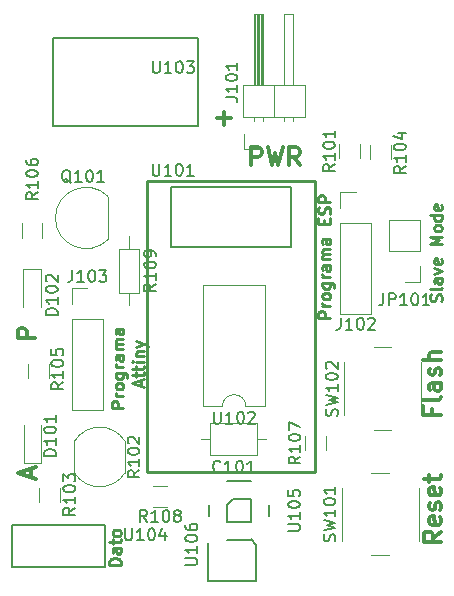
<source format=gbr>
G04 #@! TF.GenerationSoftware,KiCad,Pcbnew,5.0.0-fee4fd1~66~ubuntu16.04.1*
G04 #@! TF.CreationDate,2018-08-17T12:07:40+02:00*
G04 #@! TF.ProjectId,Garden_Guardian,47617264656E5F477561726469616E2E,rev?*
G04 #@! TF.SameCoordinates,Original*
G04 #@! TF.FileFunction,Legend,Top*
G04 #@! TF.FilePolarity,Positive*
%FSLAX46Y46*%
G04 Gerber Fmt 4.6, Leading zero omitted, Abs format (unit mm)*
G04 Created by KiCad (PCBNEW 5.0.0-fee4fd1~66~ubuntu16.04.1) date Fri Aug 17 12:07:40 2018*
%MOMM*%
%LPD*%
G01*
G04 APERTURE LIST*
%ADD10C,0.300000*%
%ADD11C,0.250000*%
%ADD12C,0.150000*%
%ADD13C,0.120000*%
%ADD14C,0.254000*%
%ADD15C,0.152400*%
%ADD16C,0.200000*%
G04 APERTURE END LIST*
D10*
X146268571Y-92502857D02*
X144768571Y-92502857D01*
X144768571Y-91931428D01*
X144840000Y-91788571D01*
X144911428Y-91717142D01*
X145054285Y-91645714D01*
X145268571Y-91645714D01*
X145411428Y-91717142D01*
X145482857Y-91788571D01*
X145554285Y-91931428D01*
X145554285Y-92502857D01*
X145890000Y-104277142D02*
X145890000Y-103562857D01*
X146318571Y-104420000D02*
X144818571Y-103920000D01*
X146318571Y-103420000D01*
D11*
X153512380Y-111702380D02*
X152512380Y-111702380D01*
X152512380Y-111464285D01*
X152560000Y-111321428D01*
X152655238Y-111226190D01*
X152750476Y-111178571D01*
X152940952Y-111130952D01*
X153083809Y-111130952D01*
X153274285Y-111178571D01*
X153369523Y-111226190D01*
X153464761Y-111321428D01*
X153512380Y-111464285D01*
X153512380Y-111702380D01*
X153512380Y-110273809D02*
X152988571Y-110273809D01*
X152893333Y-110321428D01*
X152845714Y-110416666D01*
X152845714Y-110607142D01*
X152893333Y-110702380D01*
X153464761Y-110273809D02*
X153512380Y-110369047D01*
X153512380Y-110607142D01*
X153464761Y-110702380D01*
X153369523Y-110750000D01*
X153274285Y-110750000D01*
X153179047Y-110702380D01*
X153131428Y-110607142D01*
X153131428Y-110369047D01*
X153083809Y-110273809D01*
X152845714Y-109940476D02*
X152845714Y-109559523D01*
X152512380Y-109797619D02*
X153369523Y-109797619D01*
X153464761Y-109750000D01*
X153512380Y-109654761D01*
X153512380Y-109559523D01*
X153512380Y-109083333D02*
X153464761Y-109178571D01*
X153417142Y-109226190D01*
X153321904Y-109273809D01*
X153036190Y-109273809D01*
X152940952Y-109226190D01*
X152893333Y-109178571D01*
X152845714Y-109083333D01*
X152845714Y-108940476D01*
X152893333Y-108845238D01*
X152940952Y-108797619D01*
X153036190Y-108750000D01*
X153321904Y-108750000D01*
X153417142Y-108797619D01*
X153464761Y-108845238D01*
X153512380Y-108940476D01*
X153512380Y-109083333D01*
X153737380Y-98418095D02*
X152737380Y-98418095D01*
X152737380Y-98037142D01*
X152785000Y-97941904D01*
X152832619Y-97894285D01*
X152927857Y-97846666D01*
X153070714Y-97846666D01*
X153165952Y-97894285D01*
X153213571Y-97941904D01*
X153261190Y-98037142D01*
X153261190Y-98418095D01*
X153737380Y-97418095D02*
X153070714Y-97418095D01*
X153261190Y-97418095D02*
X153165952Y-97370476D01*
X153118333Y-97322857D01*
X153070714Y-97227619D01*
X153070714Y-97132380D01*
X153737380Y-96656190D02*
X153689761Y-96751428D01*
X153642142Y-96799047D01*
X153546904Y-96846666D01*
X153261190Y-96846666D01*
X153165952Y-96799047D01*
X153118333Y-96751428D01*
X153070714Y-96656190D01*
X153070714Y-96513333D01*
X153118333Y-96418095D01*
X153165952Y-96370476D01*
X153261190Y-96322857D01*
X153546904Y-96322857D01*
X153642142Y-96370476D01*
X153689761Y-96418095D01*
X153737380Y-96513333D01*
X153737380Y-96656190D01*
X153070714Y-95465714D02*
X153880238Y-95465714D01*
X153975476Y-95513333D01*
X154023095Y-95560952D01*
X154070714Y-95656190D01*
X154070714Y-95799047D01*
X154023095Y-95894285D01*
X153689761Y-95465714D02*
X153737380Y-95560952D01*
X153737380Y-95751428D01*
X153689761Y-95846666D01*
X153642142Y-95894285D01*
X153546904Y-95941904D01*
X153261190Y-95941904D01*
X153165952Y-95894285D01*
X153118333Y-95846666D01*
X153070714Y-95751428D01*
X153070714Y-95560952D01*
X153118333Y-95465714D01*
X153737380Y-94989523D02*
X153070714Y-94989523D01*
X153261190Y-94989523D02*
X153165952Y-94941904D01*
X153118333Y-94894285D01*
X153070714Y-94799047D01*
X153070714Y-94703809D01*
X153737380Y-93941904D02*
X153213571Y-93941904D01*
X153118333Y-93989523D01*
X153070714Y-94084761D01*
X153070714Y-94275238D01*
X153118333Y-94370476D01*
X153689761Y-93941904D02*
X153737380Y-94037142D01*
X153737380Y-94275238D01*
X153689761Y-94370476D01*
X153594523Y-94418095D01*
X153499285Y-94418095D01*
X153404047Y-94370476D01*
X153356428Y-94275238D01*
X153356428Y-94037142D01*
X153308809Y-93941904D01*
X153737380Y-93465714D02*
X153070714Y-93465714D01*
X153165952Y-93465714D02*
X153118333Y-93418095D01*
X153070714Y-93322857D01*
X153070714Y-93180000D01*
X153118333Y-93084761D01*
X153213571Y-93037142D01*
X153737380Y-93037142D01*
X153213571Y-93037142D02*
X153118333Y-92989523D01*
X153070714Y-92894285D01*
X153070714Y-92751428D01*
X153118333Y-92656190D01*
X153213571Y-92608571D01*
X153737380Y-92608571D01*
X153737380Y-91703809D02*
X153213571Y-91703809D01*
X153118333Y-91751428D01*
X153070714Y-91846666D01*
X153070714Y-92037142D01*
X153118333Y-92132380D01*
X153689761Y-91703809D02*
X153737380Y-91799047D01*
X153737380Y-92037142D01*
X153689761Y-92132380D01*
X153594523Y-92180000D01*
X153499285Y-92180000D01*
X153404047Y-92132380D01*
X153356428Y-92037142D01*
X153356428Y-91799047D01*
X153308809Y-91703809D01*
X155201666Y-96560952D02*
X155201666Y-96084761D01*
X155487380Y-96656190D02*
X154487380Y-96322857D01*
X155487380Y-95989523D01*
X154820714Y-95799047D02*
X154820714Y-95418095D01*
X154487380Y-95656190D02*
X155344523Y-95656190D01*
X155439761Y-95608571D01*
X155487380Y-95513333D01*
X155487380Y-95418095D01*
X154820714Y-95227619D02*
X154820714Y-94846666D01*
X154487380Y-95084761D02*
X155344523Y-95084761D01*
X155439761Y-95037142D01*
X155487380Y-94941904D01*
X155487380Y-94846666D01*
X155487380Y-94513333D02*
X154820714Y-94513333D01*
X154487380Y-94513333D02*
X154535000Y-94560952D01*
X154582619Y-94513333D01*
X154535000Y-94465714D01*
X154487380Y-94513333D01*
X154582619Y-94513333D01*
X154820714Y-94037142D02*
X155487380Y-94037142D01*
X154915952Y-94037142D02*
X154868333Y-93989523D01*
X154820714Y-93894285D01*
X154820714Y-93751428D01*
X154868333Y-93656190D01*
X154963571Y-93608571D01*
X155487380Y-93608571D01*
X154820714Y-93227619D02*
X155487380Y-92989523D01*
X154820714Y-92751428D02*
X155487380Y-92989523D01*
X155725476Y-93084761D01*
X155773095Y-93132380D01*
X155820714Y-93227619D01*
D10*
X180648571Y-108897142D02*
X179934285Y-109397142D01*
X180648571Y-109754285D02*
X179148571Y-109754285D01*
X179148571Y-109182857D01*
X179220000Y-109040000D01*
X179291428Y-108968571D01*
X179434285Y-108897142D01*
X179648571Y-108897142D01*
X179791428Y-108968571D01*
X179862857Y-109040000D01*
X179934285Y-109182857D01*
X179934285Y-109754285D01*
X180577142Y-107682857D02*
X180648571Y-107825714D01*
X180648571Y-108111428D01*
X180577142Y-108254285D01*
X180434285Y-108325714D01*
X179862857Y-108325714D01*
X179720000Y-108254285D01*
X179648571Y-108111428D01*
X179648571Y-107825714D01*
X179720000Y-107682857D01*
X179862857Y-107611428D01*
X180005714Y-107611428D01*
X180148571Y-108325714D01*
X180577142Y-107040000D02*
X180648571Y-106897142D01*
X180648571Y-106611428D01*
X180577142Y-106468571D01*
X180434285Y-106397142D01*
X180362857Y-106397142D01*
X180220000Y-106468571D01*
X180148571Y-106611428D01*
X180148571Y-106825714D01*
X180077142Y-106968571D01*
X179934285Y-107040000D01*
X179862857Y-107040000D01*
X179720000Y-106968571D01*
X179648571Y-106825714D01*
X179648571Y-106611428D01*
X179720000Y-106468571D01*
X180577142Y-105182857D02*
X180648571Y-105325714D01*
X180648571Y-105611428D01*
X180577142Y-105754285D01*
X180434285Y-105825714D01*
X179862857Y-105825714D01*
X179720000Y-105754285D01*
X179648571Y-105611428D01*
X179648571Y-105325714D01*
X179720000Y-105182857D01*
X179862857Y-105111428D01*
X180005714Y-105111428D01*
X180148571Y-105825714D01*
X179648571Y-104682857D02*
X179648571Y-104111428D01*
X179148571Y-104468571D02*
X180434285Y-104468571D01*
X180577142Y-104397142D01*
X180648571Y-104254285D01*
X180648571Y-104111428D01*
X179852857Y-98512857D02*
X179852857Y-99012857D01*
X180638571Y-99012857D02*
X179138571Y-99012857D01*
X179138571Y-98298571D01*
X180638571Y-97512857D02*
X180567142Y-97655714D01*
X180424285Y-97727142D01*
X179138571Y-97727142D01*
X180638571Y-96298571D02*
X179852857Y-96298571D01*
X179710000Y-96370000D01*
X179638571Y-96512857D01*
X179638571Y-96798571D01*
X179710000Y-96941428D01*
X180567142Y-96298571D02*
X180638571Y-96441428D01*
X180638571Y-96798571D01*
X180567142Y-96941428D01*
X180424285Y-97012857D01*
X180281428Y-97012857D01*
X180138571Y-96941428D01*
X180067142Y-96798571D01*
X180067142Y-96441428D01*
X179995714Y-96298571D01*
X180567142Y-95655714D02*
X180638571Y-95512857D01*
X180638571Y-95227142D01*
X180567142Y-95084285D01*
X180424285Y-95012857D01*
X180352857Y-95012857D01*
X180210000Y-95084285D01*
X180138571Y-95227142D01*
X180138571Y-95441428D01*
X180067142Y-95584285D01*
X179924285Y-95655714D01*
X179852857Y-95655714D01*
X179710000Y-95584285D01*
X179638571Y-95441428D01*
X179638571Y-95227142D01*
X179710000Y-95084285D01*
X180638571Y-94370000D02*
X179138571Y-94370000D01*
X180638571Y-93727142D02*
X179852857Y-93727142D01*
X179710000Y-93798571D01*
X179638571Y-93941428D01*
X179638571Y-94155714D01*
X179710000Y-94298571D01*
X179781428Y-94370000D01*
D11*
X171252380Y-90796666D02*
X170252380Y-90796666D01*
X170252380Y-90415714D01*
X170300000Y-90320476D01*
X170347619Y-90272857D01*
X170442857Y-90225238D01*
X170585714Y-90225238D01*
X170680952Y-90272857D01*
X170728571Y-90320476D01*
X170776190Y-90415714D01*
X170776190Y-90796666D01*
X171252380Y-89796666D02*
X170585714Y-89796666D01*
X170776190Y-89796666D02*
X170680952Y-89749047D01*
X170633333Y-89701428D01*
X170585714Y-89606190D01*
X170585714Y-89510952D01*
X171252380Y-89034761D02*
X171204761Y-89130000D01*
X171157142Y-89177619D01*
X171061904Y-89225238D01*
X170776190Y-89225238D01*
X170680952Y-89177619D01*
X170633333Y-89130000D01*
X170585714Y-89034761D01*
X170585714Y-88891904D01*
X170633333Y-88796666D01*
X170680952Y-88749047D01*
X170776190Y-88701428D01*
X171061904Y-88701428D01*
X171157142Y-88749047D01*
X171204761Y-88796666D01*
X171252380Y-88891904D01*
X171252380Y-89034761D01*
X170585714Y-87844285D02*
X171395238Y-87844285D01*
X171490476Y-87891904D01*
X171538095Y-87939523D01*
X171585714Y-88034761D01*
X171585714Y-88177619D01*
X171538095Y-88272857D01*
X171204761Y-87844285D02*
X171252380Y-87939523D01*
X171252380Y-88130000D01*
X171204761Y-88225238D01*
X171157142Y-88272857D01*
X171061904Y-88320476D01*
X170776190Y-88320476D01*
X170680952Y-88272857D01*
X170633333Y-88225238D01*
X170585714Y-88130000D01*
X170585714Y-87939523D01*
X170633333Y-87844285D01*
X171252380Y-87368095D02*
X170585714Y-87368095D01*
X170776190Y-87368095D02*
X170680952Y-87320476D01*
X170633333Y-87272857D01*
X170585714Y-87177619D01*
X170585714Y-87082380D01*
X171252380Y-86320476D02*
X170728571Y-86320476D01*
X170633333Y-86368095D01*
X170585714Y-86463333D01*
X170585714Y-86653809D01*
X170633333Y-86749047D01*
X171204761Y-86320476D02*
X171252380Y-86415714D01*
X171252380Y-86653809D01*
X171204761Y-86749047D01*
X171109523Y-86796666D01*
X171014285Y-86796666D01*
X170919047Y-86749047D01*
X170871428Y-86653809D01*
X170871428Y-86415714D01*
X170823809Y-86320476D01*
X171252380Y-85844285D02*
X170585714Y-85844285D01*
X170680952Y-85844285D02*
X170633333Y-85796666D01*
X170585714Y-85701428D01*
X170585714Y-85558571D01*
X170633333Y-85463333D01*
X170728571Y-85415714D01*
X171252380Y-85415714D01*
X170728571Y-85415714D02*
X170633333Y-85368095D01*
X170585714Y-85272857D01*
X170585714Y-85130000D01*
X170633333Y-85034761D01*
X170728571Y-84987142D01*
X171252380Y-84987142D01*
X171252380Y-84082380D02*
X170728571Y-84082380D01*
X170633333Y-84130000D01*
X170585714Y-84225238D01*
X170585714Y-84415714D01*
X170633333Y-84510952D01*
X171204761Y-84082380D02*
X171252380Y-84177619D01*
X171252380Y-84415714D01*
X171204761Y-84510952D01*
X171109523Y-84558571D01*
X171014285Y-84558571D01*
X170919047Y-84510952D01*
X170871428Y-84415714D01*
X170871428Y-84177619D01*
X170823809Y-84082380D01*
X170728571Y-82844285D02*
X170728571Y-82510952D01*
X171252380Y-82368095D02*
X171252380Y-82844285D01*
X170252380Y-82844285D01*
X170252380Y-82368095D01*
X171204761Y-81987142D02*
X171252380Y-81844285D01*
X171252380Y-81606190D01*
X171204761Y-81510952D01*
X171157142Y-81463333D01*
X171061904Y-81415714D01*
X170966666Y-81415714D01*
X170871428Y-81463333D01*
X170823809Y-81510952D01*
X170776190Y-81606190D01*
X170728571Y-81796666D01*
X170680952Y-81891904D01*
X170633333Y-81939523D01*
X170538095Y-81987142D01*
X170442857Y-81987142D01*
X170347619Y-81939523D01*
X170300000Y-81891904D01*
X170252380Y-81796666D01*
X170252380Y-81558571D01*
X170300000Y-81415714D01*
X171252380Y-80987142D02*
X170252380Y-80987142D01*
X170252380Y-80606190D01*
X170300000Y-80510952D01*
X170347619Y-80463333D01*
X170442857Y-80415714D01*
X170585714Y-80415714D01*
X170680952Y-80463333D01*
X170728571Y-80510952D01*
X170776190Y-80606190D01*
X170776190Y-80987142D01*
X180654761Y-89385238D02*
X180702380Y-89242380D01*
X180702380Y-89004285D01*
X180654761Y-88909047D01*
X180607142Y-88861428D01*
X180511904Y-88813809D01*
X180416666Y-88813809D01*
X180321428Y-88861428D01*
X180273809Y-88909047D01*
X180226190Y-89004285D01*
X180178571Y-89194761D01*
X180130952Y-89290000D01*
X180083333Y-89337619D01*
X179988095Y-89385238D01*
X179892857Y-89385238D01*
X179797619Y-89337619D01*
X179750000Y-89290000D01*
X179702380Y-89194761D01*
X179702380Y-88956666D01*
X179750000Y-88813809D01*
X180702380Y-88242380D02*
X180654761Y-88337619D01*
X180559523Y-88385238D01*
X179702380Y-88385238D01*
X180702380Y-87432857D02*
X180178571Y-87432857D01*
X180083333Y-87480476D01*
X180035714Y-87575714D01*
X180035714Y-87766190D01*
X180083333Y-87861428D01*
X180654761Y-87432857D02*
X180702380Y-87528095D01*
X180702380Y-87766190D01*
X180654761Y-87861428D01*
X180559523Y-87909047D01*
X180464285Y-87909047D01*
X180369047Y-87861428D01*
X180321428Y-87766190D01*
X180321428Y-87528095D01*
X180273809Y-87432857D01*
X180035714Y-87051904D02*
X180702380Y-86813809D01*
X180035714Y-86575714D01*
X180654761Y-85813809D02*
X180702380Y-85909047D01*
X180702380Y-86099523D01*
X180654761Y-86194761D01*
X180559523Y-86242380D01*
X180178571Y-86242380D01*
X180083333Y-86194761D01*
X180035714Y-86099523D01*
X180035714Y-85909047D01*
X180083333Y-85813809D01*
X180178571Y-85766190D01*
X180273809Y-85766190D01*
X180369047Y-86242380D01*
X180702380Y-84575714D02*
X179702380Y-84575714D01*
X180416666Y-84242380D01*
X179702380Y-83909047D01*
X180702380Y-83909047D01*
X180702380Y-83290000D02*
X180654761Y-83385238D01*
X180607142Y-83432857D01*
X180511904Y-83480476D01*
X180226190Y-83480476D01*
X180130952Y-83432857D01*
X180083333Y-83385238D01*
X180035714Y-83290000D01*
X180035714Y-83147142D01*
X180083333Y-83051904D01*
X180130952Y-83004285D01*
X180226190Y-82956666D01*
X180511904Y-82956666D01*
X180607142Y-83004285D01*
X180654761Y-83051904D01*
X180702380Y-83147142D01*
X180702380Y-83290000D01*
X180702380Y-82099523D02*
X179702380Y-82099523D01*
X180654761Y-82099523D02*
X180702380Y-82194761D01*
X180702380Y-82385238D01*
X180654761Y-82480476D01*
X180607142Y-82528095D01*
X180511904Y-82575714D01*
X180226190Y-82575714D01*
X180130952Y-82528095D01*
X180083333Y-82480476D01*
X180035714Y-82385238D01*
X180035714Y-82194761D01*
X180083333Y-82099523D01*
X180654761Y-81242380D02*
X180702380Y-81337619D01*
X180702380Y-81528095D01*
X180654761Y-81623333D01*
X180559523Y-81670952D01*
X180178571Y-81670952D01*
X180083333Y-81623333D01*
X180035714Y-81528095D01*
X180035714Y-81337619D01*
X180083333Y-81242380D01*
X180178571Y-81194761D01*
X180273809Y-81194761D01*
X180369047Y-81670952D01*
D10*
X164580000Y-77868571D02*
X164580000Y-76368571D01*
X165151428Y-76368571D01*
X165294285Y-76440000D01*
X165365714Y-76511428D01*
X165437142Y-76654285D01*
X165437142Y-76868571D01*
X165365714Y-77011428D01*
X165294285Y-77082857D01*
X165151428Y-77154285D01*
X164580000Y-77154285D01*
X165937142Y-76368571D02*
X166294285Y-77868571D01*
X166580000Y-76797142D01*
X166865714Y-77868571D01*
X167222857Y-76368571D01*
X168651428Y-77868571D02*
X168151428Y-77154285D01*
X167794285Y-77868571D02*
X167794285Y-76368571D01*
X168365714Y-76368571D01*
X168508571Y-76440000D01*
X168580000Y-76511428D01*
X168651428Y-76654285D01*
X168651428Y-76868571D01*
X168580000Y-77011428D01*
X168508571Y-77082857D01*
X168365714Y-77154285D01*
X167794285Y-77154285D01*
X161678571Y-73897142D02*
X162821428Y-73897142D01*
X162250000Y-74468571D02*
X162250000Y-73325714D01*
D12*
G04 #@! TO.C,U103*
X147780000Y-67060000D02*
X147780000Y-74560000D01*
X147780000Y-67060000D02*
X160080000Y-67060000D01*
X160080000Y-67060000D02*
X160080000Y-74560000D01*
X147780000Y-74560000D02*
X160080000Y-74560000D01*
G04 #@! TO.C,U104*
X152152000Y-108340000D02*
X144278000Y-108340000D01*
X144278000Y-111840000D02*
X144278000Y-108340000D01*
X152152000Y-111896000D02*
X144278000Y-111896000D01*
X152152000Y-108340000D02*
X152152000Y-111840000D01*
D13*
G04 #@! TO.C,C101*
X160290000Y-101070000D02*
X161100000Y-101070000D01*
X165830000Y-101070000D02*
X165020000Y-101070000D01*
X161100000Y-102430000D02*
X165020000Y-102430000D01*
X161100000Y-99710000D02*
X161100000Y-102430000D01*
X165020000Y-99710000D02*
X161100000Y-99710000D01*
X165020000Y-102430000D02*
X165020000Y-99710000D01*
G04 #@! TO.C,J101*
X163940000Y-76480000D02*
X163940000Y-75210000D01*
X165210000Y-76480000D02*
X163940000Y-76480000D01*
X168130000Y-74167071D02*
X168130000Y-73770000D01*
X167370000Y-74167071D02*
X167370000Y-73770000D01*
X168130000Y-65110000D02*
X168130000Y-71110000D01*
X167370000Y-65110000D02*
X168130000Y-65110000D01*
X167370000Y-71110000D02*
X167370000Y-65110000D01*
X166480000Y-73770000D02*
X166480000Y-71110000D01*
X165590000Y-74100000D02*
X165590000Y-73770000D01*
X164830000Y-74100000D02*
X164830000Y-73770000D01*
X165490000Y-71110000D02*
X165490000Y-65110000D01*
X165370000Y-71110000D02*
X165370000Y-65110000D01*
X165250000Y-71110000D02*
X165250000Y-65110000D01*
X165130000Y-71110000D02*
X165130000Y-65110000D01*
X165010000Y-71110000D02*
X165010000Y-65110000D01*
X164890000Y-71110000D02*
X164890000Y-65110000D01*
X165590000Y-65110000D02*
X165590000Y-71110000D01*
X164830000Y-65110000D02*
X165590000Y-65110000D01*
X164830000Y-71110000D02*
X164830000Y-65110000D01*
X163880000Y-71110000D02*
X163880000Y-73770000D01*
X169080000Y-71110000D02*
X163880000Y-71110000D01*
X169080000Y-73770000D02*
X169080000Y-71110000D01*
X163880000Y-73770000D02*
X169080000Y-73770000D01*
G04 #@! TO.C,J102*
X172080000Y-90430000D02*
X174740000Y-90430000D01*
X172080000Y-82750000D02*
X172080000Y-90430000D01*
X174740000Y-82750000D02*
X174740000Y-90430000D01*
X172080000Y-82750000D02*
X174740000Y-82750000D01*
X172080000Y-81480000D02*
X172080000Y-80150000D01*
X172080000Y-80150000D02*
X173410000Y-80150000D01*
G04 #@! TO.C,J103*
X149350000Y-88300000D02*
X150680000Y-88300000D01*
X149350000Y-89630000D02*
X149350000Y-88300000D01*
X149350000Y-90900000D02*
X152010000Y-90900000D01*
X152010000Y-90900000D02*
X152010000Y-98580000D01*
X149350000Y-90900000D02*
X149350000Y-98580000D01*
X149350000Y-98580000D02*
X152010000Y-98580000D01*
G04 #@! TO.C,JP101*
X178870000Y-87730000D02*
X177540000Y-87730000D01*
X178870000Y-86400000D02*
X178870000Y-87730000D01*
X178870000Y-85130000D02*
X176210000Y-85130000D01*
X176210000Y-85130000D02*
X176210000Y-82530000D01*
X178870000Y-85130000D02*
X178870000Y-82530000D01*
X178870000Y-82530000D02*
X176210000Y-82530000D01*
G04 #@! TO.C,Q101*
X152418478Y-80501522D02*
G75*
G03X147980000Y-82340000I-1838478J-1838478D01*
G01*
X152418478Y-84178478D02*
G75*
G02X147980000Y-82340000I-1838478J1838478D01*
G01*
X152430000Y-84140000D02*
X152430000Y-80540000D01*
G04 #@! TO.C,SW101*
X176230000Y-103910000D02*
X174730000Y-103910000D01*
X172230000Y-105160000D02*
X172230000Y-109660000D01*
X174730000Y-110910000D02*
X176230000Y-110910000D01*
X178730000Y-109660000D02*
X178730000Y-105160000D01*
G04 #@! TO.C,SW102*
X178920000Y-99050000D02*
X178920000Y-94550000D01*
X174920000Y-100300000D02*
X176420000Y-100300000D01*
X172420000Y-94550000D02*
X172420000Y-99050000D01*
X176420000Y-93300000D02*
X174920000Y-93300000D01*
D14*
G04 #@! TO.C,U101*
X169932000Y-79232000D02*
X169932000Y-103870000D01*
X169932000Y-103870000D02*
X155708000Y-103870000D01*
X155708000Y-103870000D02*
X155708000Y-79232000D01*
X155708000Y-79232000D02*
X169932000Y-79232000D01*
D15*
X167900000Y-82280000D02*
X167900000Y-79740000D01*
X167900000Y-79740000D02*
X165360000Y-79740000D01*
X165360000Y-79740000D02*
X157740000Y-79740000D01*
X157740000Y-79740000D02*
X157740000Y-84820000D01*
X157740000Y-84820000D02*
X167900000Y-84820000D01*
X167900000Y-84820000D02*
X167900000Y-82280000D01*
D13*
G04 #@! TO.C,U102*
X160460000Y-98300000D02*
X162110000Y-98300000D01*
X160460000Y-88020000D02*
X160460000Y-98300000D01*
X165760000Y-88020000D02*
X160460000Y-88020000D01*
X165760000Y-98300000D02*
X165760000Y-88020000D01*
X164110000Y-98300000D02*
X165760000Y-98300000D01*
X162110000Y-98300000D02*
G75*
G02X164110000Y-98300000I1000000J0D01*
G01*
D16*
G04 #@! TO.C,U105*
X164520000Y-106110000D02*
X164520000Y-108110000D01*
X164520000Y-108110000D02*
X162520000Y-108110000D01*
X162520000Y-108110000D02*
X162520000Y-106610000D01*
X162520000Y-106610000D02*
X163020000Y-106110000D01*
X163020000Y-106110000D02*
X164520000Y-106110000D01*
X164520000Y-104610000D02*
X162520000Y-104610000D01*
X161020000Y-106610000D02*
X161020000Y-107610000D01*
X164520000Y-109610000D02*
X162520000Y-109610000D01*
X166020000Y-106610000D02*
X166020000Y-107610000D01*
D13*
G04 #@! TO.C,R109*
X155040000Y-84950000D02*
X153320000Y-84950000D01*
X153320000Y-84950000D02*
X153320000Y-88670000D01*
X153320000Y-88670000D02*
X155040000Y-88670000D01*
X155040000Y-88670000D02*
X155040000Y-84950000D01*
X154180000Y-83880000D02*
X154180000Y-84950000D01*
X154180000Y-89740000D02*
X154180000Y-88670000D01*
G04 #@! TO.C,D101*
X145300000Y-103060000D02*
X146800000Y-103060000D01*
X145300000Y-103060000D02*
X145300000Y-99860000D01*
X146800000Y-99860000D02*
X146800000Y-103060000D01*
G04 #@! TO.C,D102*
X145260000Y-89870000D02*
X145260000Y-86670000D01*
X146760000Y-86670000D02*
X146760000Y-89870000D01*
X146760000Y-86670000D02*
X145260000Y-86670000D01*
G04 #@! TO.C,R101*
X172000000Y-77280000D02*
X172000000Y-76080000D01*
X173760000Y-76080000D02*
X173760000Y-77280000D01*
G04 #@! TO.C,R102*
X149597856Y-103938027D02*
G75*
G03X153880000Y-103910000I2132144J1378027D01*
G01*
X153864388Y-101234524D02*
G75*
G03X149580000Y-101260000I-2134388J-1325476D01*
G01*
X153880000Y-101260000D02*
X153880000Y-103910000D01*
X149580000Y-101260000D02*
X149580000Y-103910000D01*
G04 #@! TO.C,R103*
X148370000Y-105160000D02*
X148370000Y-106360000D01*
X146610000Y-106360000D02*
X146610000Y-105160000D01*
G04 #@! TO.C,R104*
X176390000Y-76120000D02*
X176390000Y-77320000D01*
X174630000Y-77320000D02*
X174630000Y-76120000D01*
G04 #@! TO.C,R105*
X147450000Y-94670000D02*
X147450000Y-95870000D01*
X145690000Y-95870000D02*
X145690000Y-94670000D01*
G04 #@! TO.C,R106*
X145110000Y-84000000D02*
X145110000Y-82800000D01*
X146870000Y-82800000D02*
X146870000Y-84000000D01*
G04 #@! TO.C,R107*
X169090000Y-102020000D02*
X169090000Y-100820000D01*
X170850000Y-100820000D02*
X170850000Y-102020000D01*
G04 #@! TO.C,R108*
X156240000Y-105030000D02*
X157440000Y-105030000D01*
X157440000Y-106790000D02*
X156240000Y-106790000D01*
D12*
G04 #@! TO.C,U106*
X164942000Y-113067000D02*
X160878000Y-113067000D01*
X160878000Y-113067000D02*
X160878000Y-109892000D01*
X164942000Y-113067000D02*
X164942000Y-110019000D01*
X164942000Y-110019000D02*
X164561000Y-109511000D01*
G04 #@! TO.C,U103*
X156225714Y-69052380D02*
X156225714Y-69861904D01*
X156273333Y-69957142D01*
X156320952Y-70004761D01*
X156416190Y-70052380D01*
X156606666Y-70052380D01*
X156701904Y-70004761D01*
X156749523Y-69957142D01*
X156797142Y-69861904D01*
X156797142Y-69052380D01*
X157797142Y-70052380D02*
X157225714Y-70052380D01*
X157511428Y-70052380D02*
X157511428Y-69052380D01*
X157416190Y-69195238D01*
X157320952Y-69290476D01*
X157225714Y-69338095D01*
X158416190Y-69052380D02*
X158511428Y-69052380D01*
X158606666Y-69100000D01*
X158654285Y-69147619D01*
X158701904Y-69242857D01*
X158749523Y-69433333D01*
X158749523Y-69671428D01*
X158701904Y-69861904D01*
X158654285Y-69957142D01*
X158606666Y-70004761D01*
X158511428Y-70052380D01*
X158416190Y-70052380D01*
X158320952Y-70004761D01*
X158273333Y-69957142D01*
X158225714Y-69861904D01*
X158178095Y-69671428D01*
X158178095Y-69433333D01*
X158225714Y-69242857D01*
X158273333Y-69147619D01*
X158320952Y-69100000D01*
X158416190Y-69052380D01*
X159082857Y-69052380D02*
X159701904Y-69052380D01*
X159368571Y-69433333D01*
X159511428Y-69433333D01*
X159606666Y-69480952D01*
X159654285Y-69528571D01*
X159701904Y-69623809D01*
X159701904Y-69861904D01*
X159654285Y-69957142D01*
X159606666Y-70004761D01*
X159511428Y-70052380D01*
X159225714Y-70052380D01*
X159130476Y-70004761D01*
X159082857Y-69957142D01*
G04 #@! TO.C,U104*
X153865714Y-108612380D02*
X153865714Y-109421904D01*
X153913333Y-109517142D01*
X153960952Y-109564761D01*
X154056190Y-109612380D01*
X154246666Y-109612380D01*
X154341904Y-109564761D01*
X154389523Y-109517142D01*
X154437142Y-109421904D01*
X154437142Y-108612380D01*
X155437142Y-109612380D02*
X154865714Y-109612380D01*
X155151428Y-109612380D02*
X155151428Y-108612380D01*
X155056190Y-108755238D01*
X154960952Y-108850476D01*
X154865714Y-108898095D01*
X156056190Y-108612380D02*
X156151428Y-108612380D01*
X156246666Y-108660000D01*
X156294285Y-108707619D01*
X156341904Y-108802857D01*
X156389523Y-108993333D01*
X156389523Y-109231428D01*
X156341904Y-109421904D01*
X156294285Y-109517142D01*
X156246666Y-109564761D01*
X156151428Y-109612380D01*
X156056190Y-109612380D01*
X155960952Y-109564761D01*
X155913333Y-109517142D01*
X155865714Y-109421904D01*
X155818095Y-109231428D01*
X155818095Y-108993333D01*
X155865714Y-108802857D01*
X155913333Y-108707619D01*
X155960952Y-108660000D01*
X156056190Y-108612380D01*
X157246666Y-108945714D02*
X157246666Y-109612380D01*
X157008571Y-108564761D02*
X156770476Y-109279047D01*
X157389523Y-109279047D01*
G04 #@! TO.C,C101*
X161940952Y-103787142D02*
X161893333Y-103834761D01*
X161750476Y-103882380D01*
X161655238Y-103882380D01*
X161512380Y-103834761D01*
X161417142Y-103739523D01*
X161369523Y-103644285D01*
X161321904Y-103453809D01*
X161321904Y-103310952D01*
X161369523Y-103120476D01*
X161417142Y-103025238D01*
X161512380Y-102930000D01*
X161655238Y-102882380D01*
X161750476Y-102882380D01*
X161893333Y-102930000D01*
X161940952Y-102977619D01*
X162893333Y-103882380D02*
X162321904Y-103882380D01*
X162607619Y-103882380D02*
X162607619Y-102882380D01*
X162512380Y-103025238D01*
X162417142Y-103120476D01*
X162321904Y-103168095D01*
X163512380Y-102882380D02*
X163607619Y-102882380D01*
X163702857Y-102930000D01*
X163750476Y-102977619D01*
X163798095Y-103072857D01*
X163845714Y-103263333D01*
X163845714Y-103501428D01*
X163798095Y-103691904D01*
X163750476Y-103787142D01*
X163702857Y-103834761D01*
X163607619Y-103882380D01*
X163512380Y-103882380D01*
X163417142Y-103834761D01*
X163369523Y-103787142D01*
X163321904Y-103691904D01*
X163274285Y-103501428D01*
X163274285Y-103263333D01*
X163321904Y-103072857D01*
X163369523Y-102977619D01*
X163417142Y-102930000D01*
X163512380Y-102882380D01*
X164798095Y-103882380D02*
X164226666Y-103882380D01*
X164512380Y-103882380D02*
X164512380Y-102882380D01*
X164417142Y-103025238D01*
X164321904Y-103120476D01*
X164226666Y-103168095D01*
G04 #@! TO.C,J101*
X162392380Y-72110714D02*
X163106666Y-72110714D01*
X163249523Y-72158333D01*
X163344761Y-72253571D01*
X163392380Y-72396428D01*
X163392380Y-72491666D01*
X163392380Y-71110714D02*
X163392380Y-71682142D01*
X163392380Y-71396428D02*
X162392380Y-71396428D01*
X162535238Y-71491666D01*
X162630476Y-71586904D01*
X162678095Y-71682142D01*
X162392380Y-70491666D02*
X162392380Y-70396428D01*
X162440000Y-70301190D01*
X162487619Y-70253571D01*
X162582857Y-70205952D01*
X162773333Y-70158333D01*
X163011428Y-70158333D01*
X163201904Y-70205952D01*
X163297142Y-70253571D01*
X163344761Y-70301190D01*
X163392380Y-70396428D01*
X163392380Y-70491666D01*
X163344761Y-70586904D01*
X163297142Y-70634523D01*
X163201904Y-70682142D01*
X163011428Y-70729761D01*
X162773333Y-70729761D01*
X162582857Y-70682142D01*
X162487619Y-70634523D01*
X162440000Y-70586904D01*
X162392380Y-70491666D01*
X163392380Y-69205952D02*
X163392380Y-69777380D01*
X163392380Y-69491666D02*
X162392380Y-69491666D01*
X162535238Y-69586904D01*
X162630476Y-69682142D01*
X162678095Y-69777380D01*
G04 #@! TO.C,J102*
X172124285Y-90792380D02*
X172124285Y-91506666D01*
X172076666Y-91649523D01*
X171981428Y-91744761D01*
X171838571Y-91792380D01*
X171743333Y-91792380D01*
X173124285Y-91792380D02*
X172552857Y-91792380D01*
X172838571Y-91792380D02*
X172838571Y-90792380D01*
X172743333Y-90935238D01*
X172648095Y-91030476D01*
X172552857Y-91078095D01*
X173743333Y-90792380D02*
X173838571Y-90792380D01*
X173933809Y-90840000D01*
X173981428Y-90887619D01*
X174029047Y-90982857D01*
X174076666Y-91173333D01*
X174076666Y-91411428D01*
X174029047Y-91601904D01*
X173981428Y-91697142D01*
X173933809Y-91744761D01*
X173838571Y-91792380D01*
X173743333Y-91792380D01*
X173648095Y-91744761D01*
X173600476Y-91697142D01*
X173552857Y-91601904D01*
X173505238Y-91411428D01*
X173505238Y-91173333D01*
X173552857Y-90982857D01*
X173600476Y-90887619D01*
X173648095Y-90840000D01*
X173743333Y-90792380D01*
X174457619Y-90887619D02*
X174505238Y-90840000D01*
X174600476Y-90792380D01*
X174838571Y-90792380D01*
X174933809Y-90840000D01*
X174981428Y-90887619D01*
X175029047Y-90982857D01*
X175029047Y-91078095D01*
X174981428Y-91220952D01*
X174410000Y-91792380D01*
X175029047Y-91792380D01*
G04 #@! TO.C,J103*
X149394285Y-86752380D02*
X149394285Y-87466666D01*
X149346666Y-87609523D01*
X149251428Y-87704761D01*
X149108571Y-87752380D01*
X149013333Y-87752380D01*
X150394285Y-87752380D02*
X149822857Y-87752380D01*
X150108571Y-87752380D02*
X150108571Y-86752380D01*
X150013333Y-86895238D01*
X149918095Y-86990476D01*
X149822857Y-87038095D01*
X151013333Y-86752380D02*
X151108571Y-86752380D01*
X151203809Y-86800000D01*
X151251428Y-86847619D01*
X151299047Y-86942857D01*
X151346666Y-87133333D01*
X151346666Y-87371428D01*
X151299047Y-87561904D01*
X151251428Y-87657142D01*
X151203809Y-87704761D01*
X151108571Y-87752380D01*
X151013333Y-87752380D01*
X150918095Y-87704761D01*
X150870476Y-87657142D01*
X150822857Y-87561904D01*
X150775238Y-87371428D01*
X150775238Y-87133333D01*
X150822857Y-86942857D01*
X150870476Y-86847619D01*
X150918095Y-86800000D01*
X151013333Y-86752380D01*
X151680000Y-86752380D02*
X152299047Y-86752380D01*
X151965714Y-87133333D01*
X152108571Y-87133333D01*
X152203809Y-87180952D01*
X152251428Y-87228571D01*
X152299047Y-87323809D01*
X152299047Y-87561904D01*
X152251428Y-87657142D01*
X152203809Y-87704761D01*
X152108571Y-87752380D01*
X151822857Y-87752380D01*
X151727619Y-87704761D01*
X151680000Y-87657142D01*
G04 #@! TO.C,JP101*
X175744285Y-88712380D02*
X175744285Y-89426666D01*
X175696666Y-89569523D01*
X175601428Y-89664761D01*
X175458571Y-89712380D01*
X175363333Y-89712380D01*
X176220476Y-89712380D02*
X176220476Y-88712380D01*
X176601428Y-88712380D01*
X176696666Y-88760000D01*
X176744285Y-88807619D01*
X176791904Y-88902857D01*
X176791904Y-89045714D01*
X176744285Y-89140952D01*
X176696666Y-89188571D01*
X176601428Y-89236190D01*
X176220476Y-89236190D01*
X177744285Y-89712380D02*
X177172857Y-89712380D01*
X177458571Y-89712380D02*
X177458571Y-88712380D01*
X177363333Y-88855238D01*
X177268095Y-88950476D01*
X177172857Y-88998095D01*
X178363333Y-88712380D02*
X178458571Y-88712380D01*
X178553809Y-88760000D01*
X178601428Y-88807619D01*
X178649047Y-88902857D01*
X178696666Y-89093333D01*
X178696666Y-89331428D01*
X178649047Y-89521904D01*
X178601428Y-89617142D01*
X178553809Y-89664761D01*
X178458571Y-89712380D01*
X178363333Y-89712380D01*
X178268095Y-89664761D01*
X178220476Y-89617142D01*
X178172857Y-89521904D01*
X178125238Y-89331428D01*
X178125238Y-89093333D01*
X178172857Y-88902857D01*
X178220476Y-88807619D01*
X178268095Y-88760000D01*
X178363333Y-88712380D01*
X179649047Y-89712380D02*
X179077619Y-89712380D01*
X179363333Y-89712380D02*
X179363333Y-88712380D01*
X179268095Y-88855238D01*
X179172857Y-88950476D01*
X179077619Y-88998095D01*
G04 #@! TO.C,Q101*
X149282380Y-79367619D02*
X149187142Y-79320000D01*
X149091904Y-79224761D01*
X148949047Y-79081904D01*
X148853809Y-79034285D01*
X148758571Y-79034285D01*
X148806190Y-79272380D02*
X148710952Y-79224761D01*
X148615714Y-79129523D01*
X148568095Y-78939047D01*
X148568095Y-78605714D01*
X148615714Y-78415238D01*
X148710952Y-78320000D01*
X148806190Y-78272380D01*
X148996666Y-78272380D01*
X149091904Y-78320000D01*
X149187142Y-78415238D01*
X149234761Y-78605714D01*
X149234761Y-78939047D01*
X149187142Y-79129523D01*
X149091904Y-79224761D01*
X148996666Y-79272380D01*
X148806190Y-79272380D01*
X150187142Y-79272380D02*
X149615714Y-79272380D01*
X149901428Y-79272380D02*
X149901428Y-78272380D01*
X149806190Y-78415238D01*
X149710952Y-78510476D01*
X149615714Y-78558095D01*
X150806190Y-78272380D02*
X150901428Y-78272380D01*
X150996666Y-78320000D01*
X151044285Y-78367619D01*
X151091904Y-78462857D01*
X151139523Y-78653333D01*
X151139523Y-78891428D01*
X151091904Y-79081904D01*
X151044285Y-79177142D01*
X150996666Y-79224761D01*
X150901428Y-79272380D01*
X150806190Y-79272380D01*
X150710952Y-79224761D01*
X150663333Y-79177142D01*
X150615714Y-79081904D01*
X150568095Y-78891428D01*
X150568095Y-78653333D01*
X150615714Y-78462857D01*
X150663333Y-78367619D01*
X150710952Y-78320000D01*
X150806190Y-78272380D01*
X152091904Y-79272380D02*
X151520476Y-79272380D01*
X151806190Y-79272380D02*
X151806190Y-78272380D01*
X151710952Y-78415238D01*
X151615714Y-78510476D01*
X151520476Y-78558095D01*
G04 #@! TO.C,SW101*
X171634761Y-109695714D02*
X171682380Y-109552857D01*
X171682380Y-109314761D01*
X171634761Y-109219523D01*
X171587142Y-109171904D01*
X171491904Y-109124285D01*
X171396666Y-109124285D01*
X171301428Y-109171904D01*
X171253809Y-109219523D01*
X171206190Y-109314761D01*
X171158571Y-109505238D01*
X171110952Y-109600476D01*
X171063333Y-109648095D01*
X170968095Y-109695714D01*
X170872857Y-109695714D01*
X170777619Y-109648095D01*
X170730000Y-109600476D01*
X170682380Y-109505238D01*
X170682380Y-109267142D01*
X170730000Y-109124285D01*
X170682380Y-108790952D02*
X171682380Y-108552857D01*
X170968095Y-108362380D01*
X171682380Y-108171904D01*
X170682380Y-107933809D01*
X171682380Y-107029047D02*
X171682380Y-107600476D01*
X171682380Y-107314761D02*
X170682380Y-107314761D01*
X170825238Y-107410000D01*
X170920476Y-107505238D01*
X170968095Y-107600476D01*
X170682380Y-106410000D02*
X170682380Y-106314761D01*
X170730000Y-106219523D01*
X170777619Y-106171904D01*
X170872857Y-106124285D01*
X171063333Y-106076666D01*
X171301428Y-106076666D01*
X171491904Y-106124285D01*
X171587142Y-106171904D01*
X171634761Y-106219523D01*
X171682380Y-106314761D01*
X171682380Y-106410000D01*
X171634761Y-106505238D01*
X171587142Y-106552857D01*
X171491904Y-106600476D01*
X171301428Y-106648095D01*
X171063333Y-106648095D01*
X170872857Y-106600476D01*
X170777619Y-106552857D01*
X170730000Y-106505238D01*
X170682380Y-106410000D01*
X171682380Y-105124285D02*
X171682380Y-105695714D01*
X171682380Y-105410000D02*
X170682380Y-105410000D01*
X170825238Y-105505238D01*
X170920476Y-105600476D01*
X170968095Y-105695714D01*
G04 #@! TO.C,SW102*
X171824761Y-99085714D02*
X171872380Y-98942857D01*
X171872380Y-98704761D01*
X171824761Y-98609523D01*
X171777142Y-98561904D01*
X171681904Y-98514285D01*
X171586666Y-98514285D01*
X171491428Y-98561904D01*
X171443809Y-98609523D01*
X171396190Y-98704761D01*
X171348571Y-98895238D01*
X171300952Y-98990476D01*
X171253333Y-99038095D01*
X171158095Y-99085714D01*
X171062857Y-99085714D01*
X170967619Y-99038095D01*
X170920000Y-98990476D01*
X170872380Y-98895238D01*
X170872380Y-98657142D01*
X170920000Y-98514285D01*
X170872380Y-98180952D02*
X171872380Y-97942857D01*
X171158095Y-97752380D01*
X171872380Y-97561904D01*
X170872380Y-97323809D01*
X171872380Y-96419047D02*
X171872380Y-96990476D01*
X171872380Y-96704761D02*
X170872380Y-96704761D01*
X171015238Y-96800000D01*
X171110476Y-96895238D01*
X171158095Y-96990476D01*
X170872380Y-95800000D02*
X170872380Y-95704761D01*
X170920000Y-95609523D01*
X170967619Y-95561904D01*
X171062857Y-95514285D01*
X171253333Y-95466666D01*
X171491428Y-95466666D01*
X171681904Y-95514285D01*
X171777142Y-95561904D01*
X171824761Y-95609523D01*
X171872380Y-95704761D01*
X171872380Y-95800000D01*
X171824761Y-95895238D01*
X171777142Y-95942857D01*
X171681904Y-95990476D01*
X171491428Y-96038095D01*
X171253333Y-96038095D01*
X171062857Y-95990476D01*
X170967619Y-95942857D01*
X170920000Y-95895238D01*
X170872380Y-95800000D01*
X170967619Y-95085714D02*
X170920000Y-95038095D01*
X170872380Y-94942857D01*
X170872380Y-94704761D01*
X170920000Y-94609523D01*
X170967619Y-94561904D01*
X171062857Y-94514285D01*
X171158095Y-94514285D01*
X171300952Y-94561904D01*
X171872380Y-95133333D01*
X171872380Y-94514285D01*
G04 #@! TO.C,U101*
X156215714Y-77762380D02*
X156215714Y-78571904D01*
X156263333Y-78667142D01*
X156310952Y-78714761D01*
X156406190Y-78762380D01*
X156596666Y-78762380D01*
X156691904Y-78714761D01*
X156739523Y-78667142D01*
X156787142Y-78571904D01*
X156787142Y-77762380D01*
X157787142Y-78762380D02*
X157215714Y-78762380D01*
X157501428Y-78762380D02*
X157501428Y-77762380D01*
X157406190Y-77905238D01*
X157310952Y-78000476D01*
X157215714Y-78048095D01*
X158406190Y-77762380D02*
X158501428Y-77762380D01*
X158596666Y-77810000D01*
X158644285Y-77857619D01*
X158691904Y-77952857D01*
X158739523Y-78143333D01*
X158739523Y-78381428D01*
X158691904Y-78571904D01*
X158644285Y-78667142D01*
X158596666Y-78714761D01*
X158501428Y-78762380D01*
X158406190Y-78762380D01*
X158310952Y-78714761D01*
X158263333Y-78667142D01*
X158215714Y-78571904D01*
X158168095Y-78381428D01*
X158168095Y-78143333D01*
X158215714Y-77952857D01*
X158263333Y-77857619D01*
X158310952Y-77810000D01*
X158406190Y-77762380D01*
X159691904Y-78762380D02*
X159120476Y-78762380D01*
X159406190Y-78762380D02*
X159406190Y-77762380D01*
X159310952Y-77905238D01*
X159215714Y-78000476D01*
X159120476Y-78048095D01*
G04 #@! TO.C,U102*
X161395714Y-98752380D02*
X161395714Y-99561904D01*
X161443333Y-99657142D01*
X161490952Y-99704761D01*
X161586190Y-99752380D01*
X161776666Y-99752380D01*
X161871904Y-99704761D01*
X161919523Y-99657142D01*
X161967142Y-99561904D01*
X161967142Y-98752380D01*
X162967142Y-99752380D02*
X162395714Y-99752380D01*
X162681428Y-99752380D02*
X162681428Y-98752380D01*
X162586190Y-98895238D01*
X162490952Y-98990476D01*
X162395714Y-99038095D01*
X163586190Y-98752380D02*
X163681428Y-98752380D01*
X163776666Y-98800000D01*
X163824285Y-98847619D01*
X163871904Y-98942857D01*
X163919523Y-99133333D01*
X163919523Y-99371428D01*
X163871904Y-99561904D01*
X163824285Y-99657142D01*
X163776666Y-99704761D01*
X163681428Y-99752380D01*
X163586190Y-99752380D01*
X163490952Y-99704761D01*
X163443333Y-99657142D01*
X163395714Y-99561904D01*
X163348095Y-99371428D01*
X163348095Y-99133333D01*
X163395714Y-98942857D01*
X163443333Y-98847619D01*
X163490952Y-98800000D01*
X163586190Y-98752380D01*
X164300476Y-98847619D02*
X164348095Y-98800000D01*
X164443333Y-98752380D01*
X164681428Y-98752380D01*
X164776666Y-98800000D01*
X164824285Y-98847619D01*
X164871904Y-98942857D01*
X164871904Y-99038095D01*
X164824285Y-99180952D01*
X164252857Y-99752380D01*
X164871904Y-99752380D01*
G04 #@! TO.C,U105*
D16*
X167672380Y-108824285D02*
X168481904Y-108824285D01*
X168577142Y-108776666D01*
X168624761Y-108729047D01*
X168672380Y-108633809D01*
X168672380Y-108443333D01*
X168624761Y-108348095D01*
X168577142Y-108300476D01*
X168481904Y-108252857D01*
X167672380Y-108252857D01*
X168672380Y-107252857D02*
X168672380Y-107824285D01*
X168672380Y-107538571D02*
X167672380Y-107538571D01*
X167815238Y-107633809D01*
X167910476Y-107729047D01*
X167958095Y-107824285D01*
X167672380Y-106633809D02*
X167672380Y-106538571D01*
X167720000Y-106443333D01*
X167767619Y-106395714D01*
X167862857Y-106348095D01*
X168053333Y-106300476D01*
X168291428Y-106300476D01*
X168481904Y-106348095D01*
X168577142Y-106395714D01*
X168624761Y-106443333D01*
X168672380Y-106538571D01*
X168672380Y-106633809D01*
X168624761Y-106729047D01*
X168577142Y-106776666D01*
X168481904Y-106824285D01*
X168291428Y-106871904D01*
X168053333Y-106871904D01*
X167862857Y-106824285D01*
X167767619Y-106776666D01*
X167720000Y-106729047D01*
X167672380Y-106633809D01*
X167672380Y-105395714D02*
X167672380Y-105871904D01*
X168148571Y-105919523D01*
X168100952Y-105871904D01*
X168053333Y-105776666D01*
X168053333Y-105538571D01*
X168100952Y-105443333D01*
X168148571Y-105395714D01*
X168243809Y-105348095D01*
X168481904Y-105348095D01*
X168577142Y-105395714D01*
X168624761Y-105443333D01*
X168672380Y-105538571D01*
X168672380Y-105776666D01*
X168624761Y-105871904D01*
X168577142Y-105919523D01*
G04 #@! TO.C,R109*
D12*
X156492380Y-87929047D02*
X156016190Y-88262380D01*
X156492380Y-88500476D02*
X155492380Y-88500476D01*
X155492380Y-88119523D01*
X155540000Y-88024285D01*
X155587619Y-87976666D01*
X155682857Y-87929047D01*
X155825714Y-87929047D01*
X155920952Y-87976666D01*
X155968571Y-88024285D01*
X156016190Y-88119523D01*
X156016190Y-88500476D01*
X156492380Y-86976666D02*
X156492380Y-87548095D01*
X156492380Y-87262380D02*
X155492380Y-87262380D01*
X155635238Y-87357619D01*
X155730476Y-87452857D01*
X155778095Y-87548095D01*
X155492380Y-86357619D02*
X155492380Y-86262380D01*
X155540000Y-86167142D01*
X155587619Y-86119523D01*
X155682857Y-86071904D01*
X155873333Y-86024285D01*
X156111428Y-86024285D01*
X156301904Y-86071904D01*
X156397142Y-86119523D01*
X156444761Y-86167142D01*
X156492380Y-86262380D01*
X156492380Y-86357619D01*
X156444761Y-86452857D01*
X156397142Y-86500476D01*
X156301904Y-86548095D01*
X156111428Y-86595714D01*
X155873333Y-86595714D01*
X155682857Y-86548095D01*
X155587619Y-86500476D01*
X155540000Y-86452857D01*
X155492380Y-86357619D01*
X156492380Y-85548095D02*
X156492380Y-85357619D01*
X156444761Y-85262380D01*
X156397142Y-85214761D01*
X156254285Y-85119523D01*
X156063809Y-85071904D01*
X155682857Y-85071904D01*
X155587619Y-85119523D01*
X155540000Y-85167142D01*
X155492380Y-85262380D01*
X155492380Y-85452857D01*
X155540000Y-85548095D01*
X155587619Y-85595714D01*
X155682857Y-85643333D01*
X155920952Y-85643333D01*
X156016190Y-85595714D01*
X156063809Y-85548095D01*
X156111428Y-85452857D01*
X156111428Y-85262380D01*
X156063809Y-85167142D01*
X156016190Y-85119523D01*
X155920952Y-85071904D01*
G04 #@! TO.C,D101*
X148012380Y-102470476D02*
X147012380Y-102470476D01*
X147012380Y-102232380D01*
X147060000Y-102089523D01*
X147155238Y-101994285D01*
X147250476Y-101946666D01*
X147440952Y-101899047D01*
X147583809Y-101899047D01*
X147774285Y-101946666D01*
X147869523Y-101994285D01*
X147964761Y-102089523D01*
X148012380Y-102232380D01*
X148012380Y-102470476D01*
X148012380Y-100946666D02*
X148012380Y-101518095D01*
X148012380Y-101232380D02*
X147012380Y-101232380D01*
X147155238Y-101327619D01*
X147250476Y-101422857D01*
X147298095Y-101518095D01*
X147012380Y-100327619D02*
X147012380Y-100232380D01*
X147060000Y-100137142D01*
X147107619Y-100089523D01*
X147202857Y-100041904D01*
X147393333Y-99994285D01*
X147631428Y-99994285D01*
X147821904Y-100041904D01*
X147917142Y-100089523D01*
X147964761Y-100137142D01*
X148012380Y-100232380D01*
X148012380Y-100327619D01*
X147964761Y-100422857D01*
X147917142Y-100470476D01*
X147821904Y-100518095D01*
X147631428Y-100565714D01*
X147393333Y-100565714D01*
X147202857Y-100518095D01*
X147107619Y-100470476D01*
X147060000Y-100422857D01*
X147012380Y-100327619D01*
X148012380Y-99041904D02*
X148012380Y-99613333D01*
X148012380Y-99327619D02*
X147012380Y-99327619D01*
X147155238Y-99422857D01*
X147250476Y-99518095D01*
X147298095Y-99613333D01*
G04 #@! TO.C,D102*
X148162380Y-90560476D02*
X147162380Y-90560476D01*
X147162380Y-90322380D01*
X147210000Y-90179523D01*
X147305238Y-90084285D01*
X147400476Y-90036666D01*
X147590952Y-89989047D01*
X147733809Y-89989047D01*
X147924285Y-90036666D01*
X148019523Y-90084285D01*
X148114761Y-90179523D01*
X148162380Y-90322380D01*
X148162380Y-90560476D01*
X148162380Y-89036666D02*
X148162380Y-89608095D01*
X148162380Y-89322380D02*
X147162380Y-89322380D01*
X147305238Y-89417619D01*
X147400476Y-89512857D01*
X147448095Y-89608095D01*
X147162380Y-88417619D02*
X147162380Y-88322380D01*
X147210000Y-88227142D01*
X147257619Y-88179523D01*
X147352857Y-88131904D01*
X147543333Y-88084285D01*
X147781428Y-88084285D01*
X147971904Y-88131904D01*
X148067142Y-88179523D01*
X148114761Y-88227142D01*
X148162380Y-88322380D01*
X148162380Y-88417619D01*
X148114761Y-88512857D01*
X148067142Y-88560476D01*
X147971904Y-88608095D01*
X147781428Y-88655714D01*
X147543333Y-88655714D01*
X147352857Y-88608095D01*
X147257619Y-88560476D01*
X147210000Y-88512857D01*
X147162380Y-88417619D01*
X147257619Y-87703333D02*
X147210000Y-87655714D01*
X147162380Y-87560476D01*
X147162380Y-87322380D01*
X147210000Y-87227142D01*
X147257619Y-87179523D01*
X147352857Y-87131904D01*
X147448095Y-87131904D01*
X147590952Y-87179523D01*
X148162380Y-87750952D01*
X148162380Y-87131904D01*
G04 #@! TO.C,R101*
X171632380Y-77799047D02*
X171156190Y-78132380D01*
X171632380Y-78370476D02*
X170632380Y-78370476D01*
X170632380Y-77989523D01*
X170680000Y-77894285D01*
X170727619Y-77846666D01*
X170822857Y-77799047D01*
X170965714Y-77799047D01*
X171060952Y-77846666D01*
X171108571Y-77894285D01*
X171156190Y-77989523D01*
X171156190Y-78370476D01*
X171632380Y-76846666D02*
X171632380Y-77418095D01*
X171632380Y-77132380D02*
X170632380Y-77132380D01*
X170775238Y-77227619D01*
X170870476Y-77322857D01*
X170918095Y-77418095D01*
X170632380Y-76227619D02*
X170632380Y-76132380D01*
X170680000Y-76037142D01*
X170727619Y-75989523D01*
X170822857Y-75941904D01*
X171013333Y-75894285D01*
X171251428Y-75894285D01*
X171441904Y-75941904D01*
X171537142Y-75989523D01*
X171584761Y-76037142D01*
X171632380Y-76132380D01*
X171632380Y-76227619D01*
X171584761Y-76322857D01*
X171537142Y-76370476D01*
X171441904Y-76418095D01*
X171251428Y-76465714D01*
X171013333Y-76465714D01*
X170822857Y-76418095D01*
X170727619Y-76370476D01*
X170680000Y-76322857D01*
X170632380Y-76227619D01*
X171632380Y-74941904D02*
X171632380Y-75513333D01*
X171632380Y-75227619D02*
X170632380Y-75227619D01*
X170775238Y-75322857D01*
X170870476Y-75418095D01*
X170918095Y-75513333D01*
G04 #@! TO.C,R102*
X155082380Y-103699047D02*
X154606190Y-104032380D01*
X155082380Y-104270476D02*
X154082380Y-104270476D01*
X154082380Y-103889523D01*
X154130000Y-103794285D01*
X154177619Y-103746666D01*
X154272857Y-103699047D01*
X154415714Y-103699047D01*
X154510952Y-103746666D01*
X154558571Y-103794285D01*
X154606190Y-103889523D01*
X154606190Y-104270476D01*
X155082380Y-102746666D02*
X155082380Y-103318095D01*
X155082380Y-103032380D02*
X154082380Y-103032380D01*
X154225238Y-103127619D01*
X154320476Y-103222857D01*
X154368095Y-103318095D01*
X154082380Y-102127619D02*
X154082380Y-102032380D01*
X154130000Y-101937142D01*
X154177619Y-101889523D01*
X154272857Y-101841904D01*
X154463333Y-101794285D01*
X154701428Y-101794285D01*
X154891904Y-101841904D01*
X154987142Y-101889523D01*
X155034761Y-101937142D01*
X155082380Y-102032380D01*
X155082380Y-102127619D01*
X155034761Y-102222857D01*
X154987142Y-102270476D01*
X154891904Y-102318095D01*
X154701428Y-102365714D01*
X154463333Y-102365714D01*
X154272857Y-102318095D01*
X154177619Y-102270476D01*
X154130000Y-102222857D01*
X154082380Y-102127619D01*
X154177619Y-101413333D02*
X154130000Y-101365714D01*
X154082380Y-101270476D01*
X154082380Y-101032380D01*
X154130000Y-100937142D01*
X154177619Y-100889523D01*
X154272857Y-100841904D01*
X154368095Y-100841904D01*
X154510952Y-100889523D01*
X155082380Y-101460952D01*
X155082380Y-100841904D01*
G04 #@! TO.C,R103*
X149642380Y-106879047D02*
X149166190Y-107212380D01*
X149642380Y-107450476D02*
X148642380Y-107450476D01*
X148642380Y-107069523D01*
X148690000Y-106974285D01*
X148737619Y-106926666D01*
X148832857Y-106879047D01*
X148975714Y-106879047D01*
X149070952Y-106926666D01*
X149118571Y-106974285D01*
X149166190Y-107069523D01*
X149166190Y-107450476D01*
X149642380Y-105926666D02*
X149642380Y-106498095D01*
X149642380Y-106212380D02*
X148642380Y-106212380D01*
X148785238Y-106307619D01*
X148880476Y-106402857D01*
X148928095Y-106498095D01*
X148642380Y-105307619D02*
X148642380Y-105212380D01*
X148690000Y-105117142D01*
X148737619Y-105069523D01*
X148832857Y-105021904D01*
X149023333Y-104974285D01*
X149261428Y-104974285D01*
X149451904Y-105021904D01*
X149547142Y-105069523D01*
X149594761Y-105117142D01*
X149642380Y-105212380D01*
X149642380Y-105307619D01*
X149594761Y-105402857D01*
X149547142Y-105450476D01*
X149451904Y-105498095D01*
X149261428Y-105545714D01*
X149023333Y-105545714D01*
X148832857Y-105498095D01*
X148737619Y-105450476D01*
X148690000Y-105402857D01*
X148642380Y-105307619D01*
X148642380Y-104640952D02*
X148642380Y-104021904D01*
X149023333Y-104355238D01*
X149023333Y-104212380D01*
X149070952Y-104117142D01*
X149118571Y-104069523D01*
X149213809Y-104021904D01*
X149451904Y-104021904D01*
X149547142Y-104069523D01*
X149594761Y-104117142D01*
X149642380Y-104212380D01*
X149642380Y-104498095D01*
X149594761Y-104593333D01*
X149547142Y-104640952D01*
G04 #@! TO.C,R104*
X177632380Y-77939047D02*
X177156190Y-78272380D01*
X177632380Y-78510476D02*
X176632380Y-78510476D01*
X176632380Y-78129523D01*
X176680000Y-78034285D01*
X176727619Y-77986666D01*
X176822857Y-77939047D01*
X176965714Y-77939047D01*
X177060952Y-77986666D01*
X177108571Y-78034285D01*
X177156190Y-78129523D01*
X177156190Y-78510476D01*
X177632380Y-76986666D02*
X177632380Y-77558095D01*
X177632380Y-77272380D02*
X176632380Y-77272380D01*
X176775238Y-77367619D01*
X176870476Y-77462857D01*
X176918095Y-77558095D01*
X176632380Y-76367619D02*
X176632380Y-76272380D01*
X176680000Y-76177142D01*
X176727619Y-76129523D01*
X176822857Y-76081904D01*
X177013333Y-76034285D01*
X177251428Y-76034285D01*
X177441904Y-76081904D01*
X177537142Y-76129523D01*
X177584761Y-76177142D01*
X177632380Y-76272380D01*
X177632380Y-76367619D01*
X177584761Y-76462857D01*
X177537142Y-76510476D01*
X177441904Y-76558095D01*
X177251428Y-76605714D01*
X177013333Y-76605714D01*
X176822857Y-76558095D01*
X176727619Y-76510476D01*
X176680000Y-76462857D01*
X176632380Y-76367619D01*
X176965714Y-75177142D02*
X177632380Y-75177142D01*
X176584761Y-75415238D02*
X177299047Y-75653333D01*
X177299047Y-75034285D01*
G04 #@! TO.C,R105*
X148632380Y-96259047D02*
X148156190Y-96592380D01*
X148632380Y-96830476D02*
X147632380Y-96830476D01*
X147632380Y-96449523D01*
X147680000Y-96354285D01*
X147727619Y-96306666D01*
X147822857Y-96259047D01*
X147965714Y-96259047D01*
X148060952Y-96306666D01*
X148108571Y-96354285D01*
X148156190Y-96449523D01*
X148156190Y-96830476D01*
X148632380Y-95306666D02*
X148632380Y-95878095D01*
X148632380Y-95592380D02*
X147632380Y-95592380D01*
X147775238Y-95687619D01*
X147870476Y-95782857D01*
X147918095Y-95878095D01*
X147632380Y-94687619D02*
X147632380Y-94592380D01*
X147680000Y-94497142D01*
X147727619Y-94449523D01*
X147822857Y-94401904D01*
X148013333Y-94354285D01*
X148251428Y-94354285D01*
X148441904Y-94401904D01*
X148537142Y-94449523D01*
X148584761Y-94497142D01*
X148632380Y-94592380D01*
X148632380Y-94687619D01*
X148584761Y-94782857D01*
X148537142Y-94830476D01*
X148441904Y-94878095D01*
X148251428Y-94925714D01*
X148013333Y-94925714D01*
X147822857Y-94878095D01*
X147727619Y-94830476D01*
X147680000Y-94782857D01*
X147632380Y-94687619D01*
X147632380Y-93449523D02*
X147632380Y-93925714D01*
X148108571Y-93973333D01*
X148060952Y-93925714D01*
X148013333Y-93830476D01*
X148013333Y-93592380D01*
X148060952Y-93497142D01*
X148108571Y-93449523D01*
X148203809Y-93401904D01*
X148441904Y-93401904D01*
X148537142Y-93449523D01*
X148584761Y-93497142D01*
X148632380Y-93592380D01*
X148632380Y-93830476D01*
X148584761Y-93925714D01*
X148537142Y-93973333D01*
G04 #@! TO.C,R106*
X146502380Y-80179047D02*
X146026190Y-80512380D01*
X146502380Y-80750476D02*
X145502380Y-80750476D01*
X145502380Y-80369523D01*
X145550000Y-80274285D01*
X145597619Y-80226666D01*
X145692857Y-80179047D01*
X145835714Y-80179047D01*
X145930952Y-80226666D01*
X145978571Y-80274285D01*
X146026190Y-80369523D01*
X146026190Y-80750476D01*
X146502380Y-79226666D02*
X146502380Y-79798095D01*
X146502380Y-79512380D02*
X145502380Y-79512380D01*
X145645238Y-79607619D01*
X145740476Y-79702857D01*
X145788095Y-79798095D01*
X145502380Y-78607619D02*
X145502380Y-78512380D01*
X145550000Y-78417142D01*
X145597619Y-78369523D01*
X145692857Y-78321904D01*
X145883333Y-78274285D01*
X146121428Y-78274285D01*
X146311904Y-78321904D01*
X146407142Y-78369523D01*
X146454761Y-78417142D01*
X146502380Y-78512380D01*
X146502380Y-78607619D01*
X146454761Y-78702857D01*
X146407142Y-78750476D01*
X146311904Y-78798095D01*
X146121428Y-78845714D01*
X145883333Y-78845714D01*
X145692857Y-78798095D01*
X145597619Y-78750476D01*
X145550000Y-78702857D01*
X145502380Y-78607619D01*
X145502380Y-77417142D02*
X145502380Y-77607619D01*
X145550000Y-77702857D01*
X145597619Y-77750476D01*
X145740476Y-77845714D01*
X145930952Y-77893333D01*
X146311904Y-77893333D01*
X146407142Y-77845714D01*
X146454761Y-77798095D01*
X146502380Y-77702857D01*
X146502380Y-77512380D01*
X146454761Y-77417142D01*
X146407142Y-77369523D01*
X146311904Y-77321904D01*
X146073809Y-77321904D01*
X145978571Y-77369523D01*
X145930952Y-77417142D01*
X145883333Y-77512380D01*
X145883333Y-77702857D01*
X145930952Y-77798095D01*
X145978571Y-77845714D01*
X146073809Y-77893333D01*
G04 #@! TO.C,R107*
X168722380Y-102539047D02*
X168246190Y-102872380D01*
X168722380Y-103110476D02*
X167722380Y-103110476D01*
X167722380Y-102729523D01*
X167770000Y-102634285D01*
X167817619Y-102586666D01*
X167912857Y-102539047D01*
X168055714Y-102539047D01*
X168150952Y-102586666D01*
X168198571Y-102634285D01*
X168246190Y-102729523D01*
X168246190Y-103110476D01*
X168722380Y-101586666D02*
X168722380Y-102158095D01*
X168722380Y-101872380D02*
X167722380Y-101872380D01*
X167865238Y-101967619D01*
X167960476Y-102062857D01*
X168008095Y-102158095D01*
X167722380Y-100967619D02*
X167722380Y-100872380D01*
X167770000Y-100777142D01*
X167817619Y-100729523D01*
X167912857Y-100681904D01*
X168103333Y-100634285D01*
X168341428Y-100634285D01*
X168531904Y-100681904D01*
X168627142Y-100729523D01*
X168674761Y-100777142D01*
X168722380Y-100872380D01*
X168722380Y-100967619D01*
X168674761Y-101062857D01*
X168627142Y-101110476D01*
X168531904Y-101158095D01*
X168341428Y-101205714D01*
X168103333Y-101205714D01*
X167912857Y-101158095D01*
X167817619Y-101110476D01*
X167770000Y-101062857D01*
X167722380Y-100967619D01*
X167722380Y-100300952D02*
X167722380Y-99634285D01*
X168722380Y-100062857D01*
G04 #@! TO.C,R108*
X155720952Y-108062380D02*
X155387619Y-107586190D01*
X155149523Y-108062380D02*
X155149523Y-107062380D01*
X155530476Y-107062380D01*
X155625714Y-107110000D01*
X155673333Y-107157619D01*
X155720952Y-107252857D01*
X155720952Y-107395714D01*
X155673333Y-107490952D01*
X155625714Y-107538571D01*
X155530476Y-107586190D01*
X155149523Y-107586190D01*
X156673333Y-108062380D02*
X156101904Y-108062380D01*
X156387619Y-108062380D02*
X156387619Y-107062380D01*
X156292380Y-107205238D01*
X156197142Y-107300476D01*
X156101904Y-107348095D01*
X157292380Y-107062380D02*
X157387619Y-107062380D01*
X157482857Y-107110000D01*
X157530476Y-107157619D01*
X157578095Y-107252857D01*
X157625714Y-107443333D01*
X157625714Y-107681428D01*
X157578095Y-107871904D01*
X157530476Y-107967142D01*
X157482857Y-108014761D01*
X157387619Y-108062380D01*
X157292380Y-108062380D01*
X157197142Y-108014761D01*
X157149523Y-107967142D01*
X157101904Y-107871904D01*
X157054285Y-107681428D01*
X157054285Y-107443333D01*
X157101904Y-107252857D01*
X157149523Y-107157619D01*
X157197142Y-107110000D01*
X157292380Y-107062380D01*
X158197142Y-107490952D02*
X158101904Y-107443333D01*
X158054285Y-107395714D01*
X158006666Y-107300476D01*
X158006666Y-107252857D01*
X158054285Y-107157619D01*
X158101904Y-107110000D01*
X158197142Y-107062380D01*
X158387619Y-107062380D01*
X158482857Y-107110000D01*
X158530476Y-107157619D01*
X158578095Y-107252857D01*
X158578095Y-107300476D01*
X158530476Y-107395714D01*
X158482857Y-107443333D01*
X158387619Y-107490952D01*
X158197142Y-107490952D01*
X158101904Y-107538571D01*
X158054285Y-107586190D01*
X158006666Y-107681428D01*
X158006666Y-107871904D01*
X158054285Y-107967142D01*
X158101904Y-108014761D01*
X158197142Y-108062380D01*
X158387619Y-108062380D01*
X158482857Y-108014761D01*
X158530476Y-107967142D01*
X158578095Y-107871904D01*
X158578095Y-107681428D01*
X158530476Y-107586190D01*
X158482857Y-107538571D01*
X158387619Y-107490952D01*
G04 #@! TO.C,U106*
X158972380Y-111694285D02*
X159781904Y-111694285D01*
X159877142Y-111646666D01*
X159924761Y-111599047D01*
X159972380Y-111503809D01*
X159972380Y-111313333D01*
X159924761Y-111218095D01*
X159877142Y-111170476D01*
X159781904Y-111122857D01*
X158972380Y-111122857D01*
X159972380Y-110122857D02*
X159972380Y-110694285D01*
X159972380Y-110408571D02*
X158972380Y-110408571D01*
X159115238Y-110503809D01*
X159210476Y-110599047D01*
X159258095Y-110694285D01*
X158972380Y-109503809D02*
X158972380Y-109408571D01*
X159020000Y-109313333D01*
X159067619Y-109265714D01*
X159162857Y-109218095D01*
X159353333Y-109170476D01*
X159591428Y-109170476D01*
X159781904Y-109218095D01*
X159877142Y-109265714D01*
X159924761Y-109313333D01*
X159972380Y-109408571D01*
X159972380Y-109503809D01*
X159924761Y-109599047D01*
X159877142Y-109646666D01*
X159781904Y-109694285D01*
X159591428Y-109741904D01*
X159353333Y-109741904D01*
X159162857Y-109694285D01*
X159067619Y-109646666D01*
X159020000Y-109599047D01*
X158972380Y-109503809D01*
X158972380Y-108313333D02*
X158972380Y-108503809D01*
X159020000Y-108599047D01*
X159067619Y-108646666D01*
X159210476Y-108741904D01*
X159400952Y-108789523D01*
X159781904Y-108789523D01*
X159877142Y-108741904D01*
X159924761Y-108694285D01*
X159972380Y-108599047D01*
X159972380Y-108408571D01*
X159924761Y-108313333D01*
X159877142Y-108265714D01*
X159781904Y-108218095D01*
X159543809Y-108218095D01*
X159448571Y-108265714D01*
X159400952Y-108313333D01*
X159353333Y-108408571D01*
X159353333Y-108599047D01*
X159400952Y-108694285D01*
X159448571Y-108741904D01*
X159543809Y-108789523D01*
G04 #@! TD*
M02*

</source>
